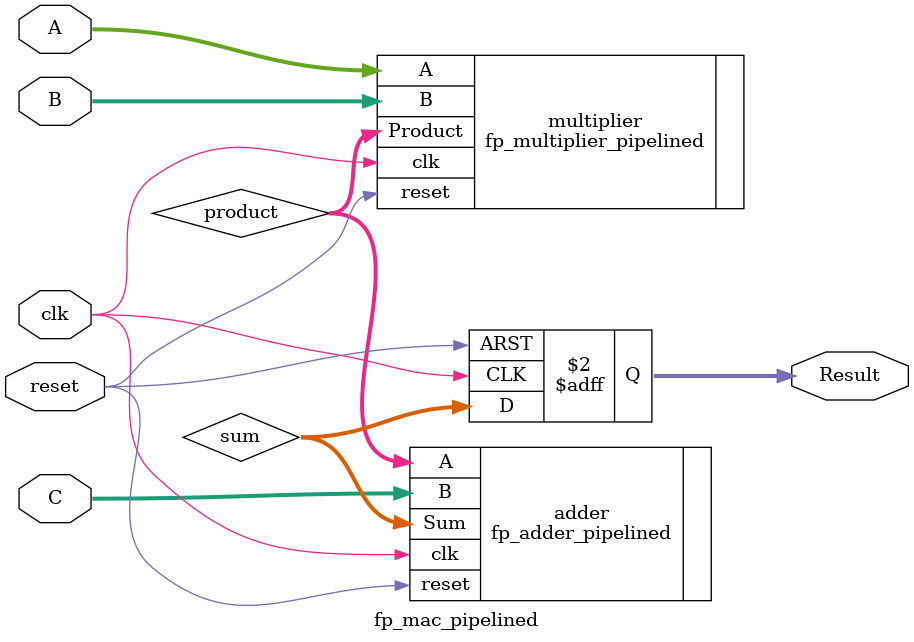
<source format=v>
`timescale 1ns / 1ps


module fp_mac_pipelined(
    input clk,
    input reset,
    input [15:0] A,
    input [15:0] B,
    input [15:0] C,  // Accumulator input
    output reg [15:0] Result
);

// Intermediate pipeline registers
wire [15:0] product;
wire [15:0] sum;

// Instantiate the 3-stage multiplier
fp_multiplier_pipelined multiplier (
    .clk(clk),
    .reset(reset),
    .A(A),
    .B(B),
    .Product(product)
);

// Instantiate the 3-stage adder
fp_adder_pipelined adder (
    .clk(clk),
    .reset(reset),
    .A(product),
    .B(C),
    .Sum(sum)
);

// Final result
always @(posedge clk or posedge reset) begin
    if (reset) begin
        Result <= 0;
    end else begin
        Result <= sum;
    end
end

endmodule


</source>
